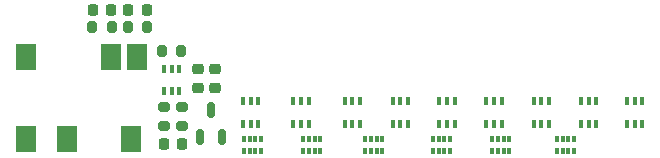
<source format=gbr>
%TF.GenerationSoftware,KiCad,Pcbnew,8.0.8-8.0.8-0~ubuntu24.04.1*%
%TF.CreationDate,2025-02-12T19:28:21+01:00*%
%TF.ProjectId,Acorn_1Mhz_bus_PiZero_interface,41636f72-6e5f-4314-9d68-7a5f6275735f,rev?*%
%TF.SameCoordinates,Original*%
%TF.FileFunction,Paste,Top*%
%TF.FilePolarity,Positive*%
%FSLAX46Y46*%
G04 Gerber Fmt 4.6, Leading zero omitted, Abs format (unit mm)*
G04 Created by KiCad (PCBNEW 8.0.8-8.0.8-0~ubuntu24.04.1) date 2025-02-12 19:28:21*
%MOMM*%
%LPD*%
G01*
G04 APERTURE LIST*
G04 Aperture macros list*
%AMRoundRect*
0 Rectangle with rounded corners*
0 $1 Rounding radius*
0 $2 $3 $4 $5 $6 $7 $8 $9 X,Y pos of 4 corners*
0 Add a 4 corners polygon primitive as box body*
4,1,4,$2,$3,$4,$5,$6,$7,$8,$9,$2,$3,0*
0 Add four circle primitives for the rounded corners*
1,1,$1+$1,$2,$3*
1,1,$1+$1,$4,$5*
1,1,$1+$1,$6,$7*
1,1,$1+$1,$8,$9*
0 Add four rect primitives between the rounded corners*
20,1,$1+$1,$2,$3,$4,$5,0*
20,1,$1+$1,$4,$5,$6,$7,0*
20,1,$1+$1,$6,$7,$8,$9,0*
20,1,$1+$1,$8,$9,$2,$3,0*%
G04 Aperture macros list end*
%ADD10RoundRect,0.100000X0.100000X-0.225000X0.100000X0.225000X-0.100000X0.225000X-0.100000X-0.225000X0*%
%ADD11R,0.400000X0.500000*%
%ADD12R,0.300000X0.500000*%
%ADD13RoundRect,0.225000X0.225000X0.250000X-0.225000X0.250000X-0.225000X-0.250000X0.225000X-0.250000X0*%
%ADD14RoundRect,0.225000X0.250000X-0.225000X0.250000X0.225000X-0.250000X0.225000X-0.250000X-0.225000X0*%
%ADD15RoundRect,0.200000X-0.200000X-0.275000X0.200000X-0.275000X0.200000X0.275000X-0.200000X0.275000X0*%
%ADD16RoundRect,0.200000X0.275000X-0.200000X0.275000X0.200000X-0.275000X0.200000X-0.275000X-0.200000X0*%
%ADD17RoundRect,0.225000X-0.225000X-0.250000X0.225000X-0.250000X0.225000X0.250000X-0.225000X0.250000X0*%
%ADD18R,1.800000X2.300000*%
%ADD19RoundRect,0.150000X0.150000X-0.512500X0.150000X0.512500X-0.150000X0.512500X-0.150000X-0.512500X0*%
%ADD20RoundRect,0.200000X0.200000X0.275000X-0.200000X0.275000X-0.200000X-0.275000X0.200000X-0.275000X0*%
G04 APERTURE END LIST*
D10*
%TO.C,D7*%
X144800000Y-117150000D03*
X145450000Y-117150000D03*
X146100000Y-117150000D03*
X146100000Y-115250000D03*
X145450000Y-115250000D03*
X144800000Y-115250000D03*
%TD*%
D11*
%TO.C,RN3*%
X130500000Y-119500000D03*
D12*
X131000000Y-119500000D03*
X131500000Y-119500000D03*
D11*
X132000000Y-119500000D03*
X132000000Y-118500000D03*
D12*
X131500000Y-118500000D03*
X131000000Y-118500000D03*
D11*
X130500000Y-118500000D03*
%TD*%
D10*
%TO.C,D8*%
X148800000Y-117150000D03*
X149450000Y-117150000D03*
X150100000Y-117150000D03*
X150100000Y-115250000D03*
X149450000Y-115250000D03*
X148800000Y-115250000D03*
%TD*%
D13*
%TO.C,C5*%
X109025000Y-107500000D03*
X107475000Y-107500000D03*
%TD*%
D10*
%TO.C,U2*%
X113500000Y-114400000D03*
X114150000Y-114400000D03*
X114800000Y-114400000D03*
X114800000Y-112500000D03*
X114150000Y-112500000D03*
X113500000Y-112500000D03*
%TD*%
D14*
%TO.C,C1*%
X117850000Y-114100000D03*
X117850000Y-112550000D03*
%TD*%
D15*
%TO.C,R5*%
X107425000Y-109000000D03*
X109075000Y-109000000D03*
%TD*%
D16*
%TO.C,R2*%
X115000000Y-117400000D03*
X115000000Y-115750000D03*
%TD*%
D11*
%TO.C,RN1*%
X120250000Y-119500000D03*
D12*
X120750000Y-119500000D03*
X121250000Y-119500000D03*
D11*
X121750000Y-119500000D03*
X121750000Y-118500000D03*
D12*
X121250000Y-118500000D03*
X120750000Y-118500000D03*
D11*
X120250000Y-118500000D03*
%TD*%
D15*
%TO.C,R3*%
X113300000Y-111050000D03*
X114950000Y-111050000D03*
%TD*%
D11*
%TO.C,RN5*%
X141250000Y-119500000D03*
D12*
X141750000Y-119500000D03*
X142250000Y-119500000D03*
D11*
X142750000Y-119500000D03*
X142750000Y-118500000D03*
D12*
X142250000Y-118500000D03*
X141750000Y-118500000D03*
D11*
X141250000Y-118500000D03*
%TD*%
D10*
%TO.C,D2*%
X124450000Y-117150000D03*
X125100000Y-117150000D03*
X125750000Y-117150000D03*
X125750000Y-115250000D03*
X125100000Y-115250000D03*
X124450000Y-115250000D03*
%TD*%
D17*
%TO.C,C4*%
X110475000Y-107500000D03*
X112025000Y-107500000D03*
%TD*%
D18*
%TO.C,J3*%
X101850000Y-118500000D03*
X105250000Y-118500000D03*
X110750000Y-118500000D03*
X101850000Y-111500000D03*
X109050000Y-111500000D03*
X111250000Y-111500000D03*
%TD*%
D14*
%TO.C,C3*%
X116350000Y-114100000D03*
X116350000Y-112550000D03*
%TD*%
D10*
%TO.C,D6*%
X140800000Y-117150000D03*
X141450000Y-117150000D03*
X142100000Y-117150000D03*
X142100000Y-115250000D03*
X141450000Y-115250000D03*
X140800000Y-115250000D03*
%TD*%
%TO.C,D9*%
X152700000Y-117150000D03*
X153350000Y-117150000D03*
X154000000Y-117150000D03*
X154000000Y-115250000D03*
X153350000Y-115250000D03*
X152700000Y-115250000D03*
%TD*%
D13*
%TO.C,C2*%
X115025000Y-118850000D03*
X113475000Y-118850000D03*
%TD*%
D10*
%TO.C,D4*%
X132850000Y-117150000D03*
X133500000Y-117150000D03*
X134150000Y-117150000D03*
X134150000Y-115250000D03*
X133500000Y-115250000D03*
X132850000Y-115250000D03*
%TD*%
%TO.C,D1*%
X120200000Y-117150000D03*
X120850000Y-117150000D03*
X121500000Y-117150000D03*
X121500000Y-115250000D03*
X120850000Y-115250000D03*
X120200000Y-115250000D03*
%TD*%
D11*
%TO.C,RN6*%
X146750000Y-119500000D03*
D12*
X147250000Y-119500000D03*
X147750000Y-119500000D03*
D11*
X148250000Y-119500000D03*
X148250000Y-118500000D03*
D12*
X147750000Y-118500000D03*
X147250000Y-118500000D03*
D11*
X146750000Y-118500000D03*
%TD*%
D10*
%TO.C,D3*%
X128800000Y-117150000D03*
X129450000Y-117150000D03*
X130100000Y-117150000D03*
X130100000Y-115250000D03*
X129450000Y-115250000D03*
X128800000Y-115250000D03*
%TD*%
D11*
%TO.C,RN2*%
X125250000Y-119500000D03*
D12*
X125750000Y-119500000D03*
X126250000Y-119500000D03*
D11*
X126750000Y-119500000D03*
X126750000Y-118500000D03*
D12*
X126250000Y-118500000D03*
X125750000Y-118500000D03*
D11*
X125250000Y-118500000D03*
%TD*%
D19*
%TO.C,U1*%
X116550000Y-118275000D03*
X118450000Y-118275000D03*
X117500000Y-116000000D03*
%TD*%
D20*
%TO.C,R4*%
X112075000Y-109000000D03*
X110425000Y-109000000D03*
%TD*%
D10*
%TO.C,D5*%
X136800000Y-117150000D03*
X137450000Y-117150000D03*
X138100000Y-117150000D03*
X138100000Y-115250000D03*
X137450000Y-115250000D03*
X136800000Y-115250000D03*
%TD*%
D16*
%TO.C,R1*%
X113500000Y-117400000D03*
X113500000Y-115750000D03*
%TD*%
D11*
%TO.C,RN4*%
X136250000Y-119500000D03*
D12*
X136750000Y-119500000D03*
X137250000Y-119500000D03*
D11*
X137750000Y-119500000D03*
X137750000Y-118500000D03*
D12*
X137250000Y-118500000D03*
X136750000Y-118500000D03*
D11*
X136250000Y-118500000D03*
%TD*%
M02*

</source>
